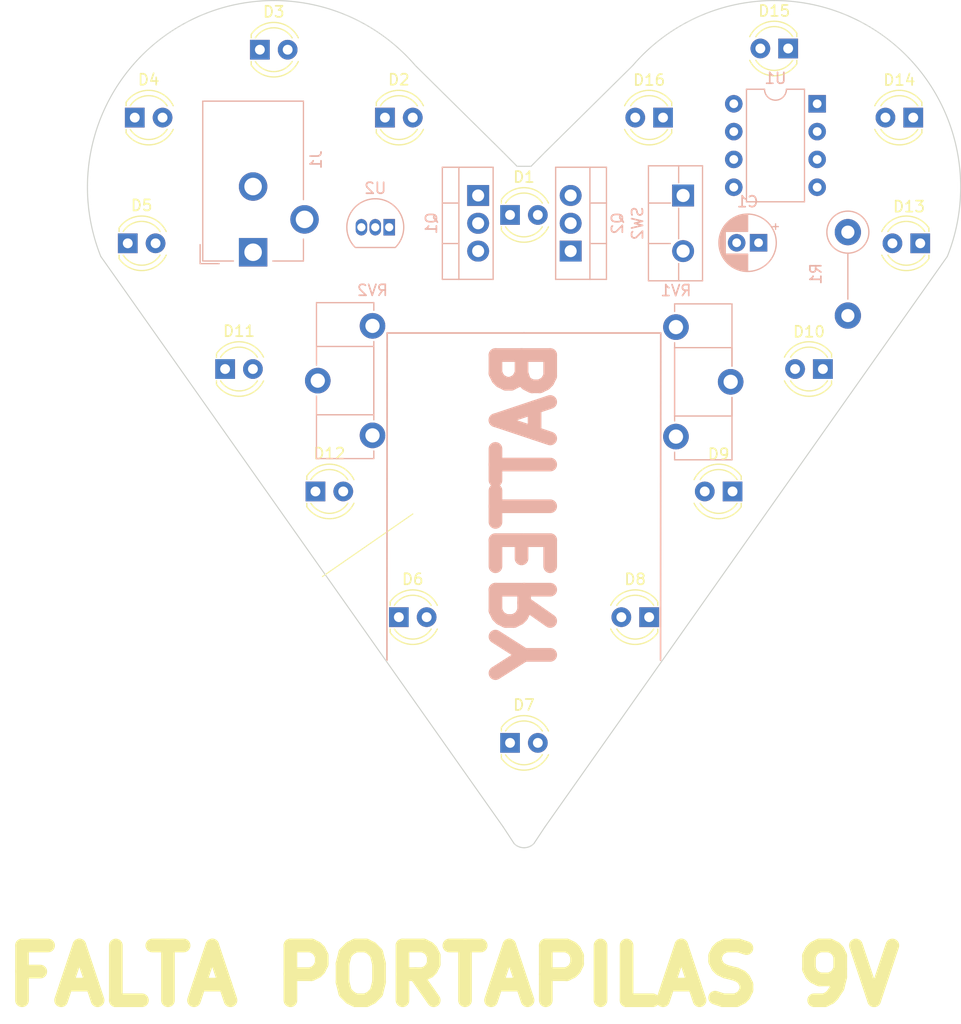
<source format=kicad_pcb>
(kicad_pcb (version 20221018) (generator pcbnew)
  (layers (0 "F.Cu" signal) (31 "B.Cu" signal) (34 "B.Paste" user) (35 "F.Paste" user) (36 "B.SilkS" user "B.Silkscreen") (37 "F.SilkS" user "F.Silkscreen") (38 "B.Mask" user) (39 "F.Mask" user) (44 "Edge.Cuts" user))
  (net 0 "")
  (net 1 "Net-(Q1-G)")
  (net 2 "Net-(C1-Pad2)")
  (net 3 "Net-(D1-K)")
  (net 4 "Net-(D1-A)")
  (net 5 "Net-(D2-K)")
  (net 6 "Net-(D3-K)")
  (net 7 "Net-(D4-K)")
  (net 8 "Net-(D5-K)")
  (net 9 "Net-(D10-A)")
  (net 10 "Net-(U2-VI)")
  (net 11 "Net-(Q1-D)")
  (net 12 "Net-(SW2-A)")
  (net 13 "Net-(U1-R)")
  (net 16 "Net-(U1-THR)")
  (net 19 "Net-(D11-K)")
  (net 20 "Net-(D12-K)")
  (net 21 "Net-(SW2-B)")
  (footprint "LED_THT:LED_D4.0mm" (layer "F.Cu") (at 125.09 84.94)
    (fp_text reference "D12" (at 1.27 -3.46) (layer "F.SilkS"))
    (fp_text value "LED")
    (fp_line (start -0.79 -1.399) (end -0.79 -1.08) (stroke (width 0.12)) (layer "F.SilkS"))
    (fp_line (start -0.79 1.08) (end -0.79 1.399) (stroke (width 0.12)) (layer "F.SilkS"))
    (fp_arc (start -0.79 -1.398749) (mid 1.453519 -2.483228) (end 3.513242 -1.080724) (stroke (width 0.12)) (layer "F.SilkS"))
    (fp_arc (start -0.41333 -1.08) (mid 1.269429 -2) (end 2.952713 -1.080961) (stroke (width 0.12)) (layer "F.SilkS"))
    (fp_arc (start 2.952713 1.080961) (mid 1.269429 2) (end -0.41333 1.08) (stroke (width 0.12)) (layer "F.SilkS"))
    (fp_arc (start 3.513242 1.080724) (mid 1.453519 2.483228) (end -0.79 1.398749) (stroke (width 0.12)) (layer "F.SilkS"))
    (pad "1" thru_hole rect (at 0 0) (size 1.8 1.8) (drill 0.9) (layers "*.Cu" "*.Mask") (net 20 "Net-(D12-K)"))
    (pad "2" thru_hole circle (at 2.54 0) (size 1.8 1.8) (drill 0.9) (layers "*.Cu" "*.Mask") (net 4 "Net-(D1-A)"))
  )
  (footprint "LED_THT:LED_D4.0mm" (layer "F.Cu") (at 163.2 84.94 180)
    (fp_text reference "D9" (at 1.27 3.406) (layer "F.SilkS"))
    (fp_text value "LED")
    (fp_line (start -0.79 -1.399) (end -0.79 -1.08) (stroke (width 0.12)) (layer "F.SilkS"))
    (fp_line (start -0.79 1.08) (end -0.79 1.399) (stroke (width 0.12)) (layer "F.SilkS"))
    (fp_arc (start -0.79 -1.398749) (mid 1.453519 -2.483228) (end 3.513242 -1.080724) (stroke (width 0.12)) (layer "F.SilkS"))
    (fp_arc (start -0.41333 -1.08) (mid 1.269429 -2) (end 2.952713 -1.080961) (stroke (width 0.12)) (layer "F.SilkS"))
    (fp_arc (start 2.952713 1.080961) (mid 1.269429 2) (end -0.41333 1.08) (stroke (width 0.12)) (layer "F.SilkS"))
    (fp_arc (start 3.513242 1.080724) (mid 1.453519 2.483228) (end -0.79 1.398749) (stroke (width 0.12)) (layer "F.SilkS"))
    (pad "1" thru_hole rect (at 0 0 180) (size 1.8 1.8) (drill 0.9) (layers "*.Cu" "*.Mask") (net 8 "Net-(D5-K)"))
    (pad "2" thru_hole circle (at 2.54 0 180) (size 1.8 1.8) (drill 0.9) (layers "*.Cu" "*.Mask") (net 9 "Net-(D10-A)"))
  )
  (footprint "LED_THT:LED_D4.0mm" (layer "F.Cu") (at 132.71 96.42)
    (fp_text reference "D6" (at 1.27 -3.46) (layer "F.SilkS"))
    (fp_text value "LED")
    (fp_line (start -0.79 -1.399) (end -0.79 -1.08) (stroke (width 0.12)) (layer "F.SilkS"))
    (fp_line (start -0.79 1.08) (end -0.79 1.399) (stroke (width 0.12)) (layer "F.SilkS"))
    (fp_arc (start -0.79 -1.398749) (mid 1.453519 -2.483228) (end 3.513242 -1.080724) (stroke (width 0.12)) (layer "F.SilkS"))
    (fp_arc (start -0.41333 -1.08) (mid 1.269429 -2) (end 2.952713 -1.080961) (stroke (width 0.12)) (layer "F.SilkS"))
    (fp_arc (start 2.952713 1.080961) (mid 1.269429 2) (end -0.41333 1.08) (stroke (width 0.12)) (layer "F.SilkS"))
    (fp_arc (start 3.513242 1.080724) (mid 1.453519 2.483228) (end -0.79 1.398749) (stroke (width 0.12)) (layer "F.SilkS"))
    (pad "1" thru_hole rect (at 0 0) (size 1.8 1.8) (drill 0.9) (layers "*.Cu" "*.Mask") (net 7 "Net-(D4-K)"))
    (pad "2" thru_hole circle (at 2.54 0) (size 1.8 1.8) (drill 0.9) (layers "*.Cu" "*.Mask") (net 9 "Net-(D10-A)"))
  )
  (footprint "LED_THT:LED_D4.0mm" (layer "F.Cu") (at 142.87 59.69)
    (fp_text reference "D1" (at 1.27 -3.46) (layer "F.SilkS"))
    (fp_text value "LED")
    (fp_line (start -0.79 -1.399) (end -0.79 -1.08) (stroke (width 0.12)) (layer "F.SilkS"))
    (fp_line (start -0.79 1.08) (end -0.79 1.399) (stroke (width 0.12)) (layer "F.SilkS"))
    (fp_arc (start -0.79 -1.398749) (mid 1.453519 -2.483228) (end 3.513242 -1.080724) (stroke (width 0.12)) (layer "F.SilkS"))
    (fp_arc (start -0.41333 -1.08) (mid 1.269429 -2) (end 2.952713 -1.080961) (stroke (width 0.12)) (layer "F.SilkS"))
    (fp_arc (start 2.952713 1.080961) (mid 1.269429 2) (end -0.41333 1.08) (stroke (width 0.12)) (layer "F.SilkS"))
    (fp_arc (start 3.513242 1.080724) (mid 1.453519 2.483228) (end -0.79 1.398749) (stroke (width 0.12)) (layer "F.SilkS"))
    (pad "1" thru_hole rect (at 0 0) (size 1.8 1.8) (drill 0.9) (layers "*.Cu" "*.Mask") (net 3 "Net-(D1-K)"))
    (pad "2" thru_hole circle (at 2.54 0) (size 1.8 1.8) (drill 0.9) (layers "*.Cu" "*.Mask") (net 4 "Net-(D1-A)"))
  )
  (footprint "LED_THT:LED_D4.0mm" (layer "F.Cu") (at 107.94 62.28)
    (fp_text reference "D5" (at 1.27 -3.46) (layer "F.SilkS"))
    (fp_text value "LED")
    (fp_line (start -0.79 -1.399) (end -0.79 -1.08) (stroke (width 0.12)) (layer "F.SilkS"))
    (fp_line (start -0.79 1.08) (end -0.79 1.399) (stroke (width 0.12)) (layer "F.SilkS"))
    (fp_arc (start -0.79 -1.398749) (mid 1.453519 -2.483228) (end 3.513242 -1.080724) (stroke (width 0.12)) (layer "F.SilkS"))
    (fp_arc (start -0.41333 -1.08) (mid 1.269429 -2) (end 2.952713 -1.080961) (stroke (width 0.12)) (layer "F.SilkS"))
    (fp_arc (start 2.952713 1.080961) (mid 1.269429 2) (end -0.41333 1.08) (stroke (width 0.12)) (layer "F.SilkS"))
    (fp_arc (start 3.513242 1.080724) (mid 1.453519 2.483228) (end -0.79 1.398749) (stroke (width 0.12)) (layer "F.SilkS"))
    (pad "1" thru_hole rect (at 0 0) (size 1.8 1.8) (drill 0.9) (layers "*.Cu" "*.Mask") (net 8 "Net-(D5-K)"))
    (pad "2" thru_hole circle (at 2.54 0) (size 1.8 1.8) (drill 0.9) (layers "*.Cu" "*.Mask") (net 4 "Net-(D1-A)"))
  )
  (footprint "LED_THT:LED_D4.0mm" (layer "F.Cu") (at 156.85 50.8 180)
    (fp_text reference "D16" (at 1.27 3.429) (layer "F.SilkS"))
    (fp_text value "LED")
    (fp_line (start -0.79 -1.399) (end -0.79 -1.08) (stroke (width 0.12)) (layer "F.SilkS"))
    (fp_line (start -0.79 1.08) (end -0.79 1.399) (stroke (width 0.12)) (layer "F.SilkS"))
    (fp_arc (start -0.79 -1.398749) (mid 1.453519 -2.483228) (end 3.513242 -1.080724) (stroke (width 0.12)) (layer "F.SilkS"))
    (fp_arc (start -0.41333 -1.08) (mid 1.269429 -2) (end 2.952713 -1.080961) (stroke (width 0.12)) (layer "F.SilkS"))
    (fp_arc (start 2.952713 1.080961) (mid 1.269429 2) (end -0.41333 1.08) (stroke (width 0.12)) (layer "F.SilkS"))
    (fp_arc (start 3.513242 1.080724) (mid 1.453519 2.483228) (end -0.79 1.398749) (stroke (width 0.12)) (layer "F.SilkS"))
    (pad "1" thru_hole rect (at 0 0 180) (size 1.8 1.8) (drill 0.9) (layers "*.Cu" "*.Mask"))
    (pad "2" thru_hole circle (at 2.54 0 180) (size 1.8 1.8) (drill 0.9) (layers "*.Cu" "*.Mask"))
  )
  (footprint "LED_THT:LED_D4.0mm" (layer "F.Cu") (at 120.01 44.6)
    (fp_text reference "D3" (at 1.27 -3.46) (layer "F.SilkS"))
    (fp_text value "LED")
    (fp_line (start -0.79 -1.399) (end -0.79 -1.08) (stroke (width 0.12)) (layer "F.SilkS"))
    (fp_line (start -0.79 1.08) (end -0.79 1.399) (stroke (width 0.12)) (layer "F.SilkS"))
    (fp_arc (start -0.79 -1.398749) (mid 1.453519 -2.483228) (end 3.513242 -1.080724) (stroke (width 0.12)) (layer "F.SilkS"))
    (fp_arc (start -0.41333 -1.08) (mid 1.269429 -2) (end 2.952713 -1.080961) (stroke (width 0.12)) (layer "F.SilkS"))
    (fp_arc (start 2.952713 1.080961) (mid 1.269429 2) (end -0.41333 1.08) (stroke (width 0.12)) (layer "F.SilkS"))
    (fp_arc (start 3.513242 1.080724) (mid 1.453519 2.483228) (end -0.79 1.398749) (stroke (width 0.12)) (layer "F.SilkS"))
    (pad "1" thru_hole rect (at 0 0) (size 1.8 1.8) (drill 0.9) (layers "*.Cu" "*.Mask") (net 6 "Net-(D3-K)"))
    (pad "2" thru_hole circle (at 2.54 0) (size 1.8 1.8) (drill 0.9) (layers "*.Cu" "*.Mask") (net 4 "Net-(D1-A)"))
  )
  (footprint "LED_THT:LED_D4.0mm" (layer "F.Cu") (at 142.87 107.9)
    (fp_text reference "D7" (at 1.27 -3.46) (layer "F.SilkS"))
    (fp_text value "LED")
    (fp_line (start -0.79 -1.399) (end -0.79 -1.08) (stroke (width 0.12)) (layer "F.SilkS"))
    (fp_line (start -0.79 1.08) (end -0.79 1.399) (stroke (width 0.12)) (layer "F.SilkS"))
    (fp_arc (start -0.79 -1.398749) (mid 1.453519 -2.483228) (end 3.513242 -1.080724) (stroke (width 0.12)) (layer "F.SilkS"))
    (fp_arc (start -0.41333 -1.08) (mid 1.269429 -2) (end 2.952713 -1.080961) (stroke (width 0.12)) (layer "F.SilkS"))
    (fp_arc (start 2.952713 1.080961) (mid 1.269429 2) (end -0.41333 1.08) (stroke (width 0.12)) (layer "F.SilkS"))
    (fp_arc (start 3.513242 1.080724) (mid 1.453519 2.483228) (end -0.79 1.398749) (stroke (width 0.12)) (layer "F.SilkS"))
    (pad "1" thru_hole rect (at 0 0) (size 1.8 1.8) (drill 0.9) (layers "*.Cu" "*.Mask") (net 6 "Net-(D3-K)"))
    (pad "2" thru_hole circle (at 2.54 0) (size 1.8 1.8) (drill 0.9) (layers "*.Cu" "*.Mask") (net 9 "Net-(D10-A)"))
  )
  (footprint "LED_THT:LED_D4.0mm" (layer "F.Cu") (at 168.28 44.49 180)
    (fp_text reference "D15" (at 1.27 3.429) (layer "F.SilkS"))
    (fp_text value "LED")
    (fp_line (start -0.79 -1.399) (end -0.79 -1.08) (stroke (width 0.12)) (layer "F.SilkS"))
    (fp_line (start -0.79 1.08) (end -0.79 1.399) (stroke (width 0.12)) (layer "F.SilkS"))
    (fp_arc (start -0.79 -1.398749) (mid 1.453519 -2.483228) (end 3.513242 -1.080724) (stroke (width 0.12)) (layer "F.SilkS"))
    (fp_arc (start -0.41333 -1.08) (mid 1.269429 -2) (end 2.952713 -1.080961) (stroke (width 0.12)) (layer "F.SilkS"))
    (fp_arc (start 2.952713 1.080961) (mid 1.269429 2) (end -0.41333 1.08) (stroke (width 0.12)) (layer "F.SilkS"))
    (fp_arc (start 3.513242 1.080724) (mid 1.453519 2.483228) (end -0.79 1.398749) (stroke (width 0.12)) (layer "F.SilkS"))
    (pad "1" thru_hole rect (at 0 0 180) (size 1.8 1.8) (drill 0.9) (layers "*.Cu" "*.Mask"))
    (pad "2" thru_hole circle (at 2.54 0 180) (size 1.8 1.8) (drill 0.9) (layers "*.Cu" "*.Mask"))
  )
  (footprint "LED_THT:LED_D4.0mm" (layer "F.Cu") (at 131.44 50.8)
    (fp_text reference "D2" (at 1.27 -3.46) (layer "F.SilkS"))
    (fp_text value "LED")
    (fp_line (start -0.79 -1.399) (end -0.79 -1.08) (stroke (width 0.12)) (layer "F.SilkS"))
    (fp_line (start -0.79 1.08) (end -0.79 1.399) (stroke (width 0.12)) (layer "F.SilkS"))
    (fp_arc (start -0.79 -1.398749) (mid 1.453519 -2.483228) (end 3.513242 -1.080724) (stroke (width 0.12)) (layer "F.SilkS"))
    (fp_arc (start -0.41333 -1.08) (mid 1.269429 -2) (end 2.952713 -1.080961) (stroke (width 0.12)) (layer "F.SilkS"))
    (fp_arc (start 2.952713 1.080961) (mid 1.269429 2) (end -0.41333 1.08) (stroke (width 0.12)) (layer "F.SilkS"))
    (fp_arc (start 3.513242 1.080724) (mid 1.453519 2.483228) (end -0.79 1.398749) (stroke (width 0.12)) (layer "F.SilkS"))
    (pad "1" thru_hole rect (at 0 0) (size 1.8 1.8) (drill 0.9) (layers "*.Cu" "*.Mask") (net 5 "Net-(D2-K)"))
    (pad "2" thru_hole circle (at 2.54 0) (size 1.8 1.8) (drill 0.9) (layers "*.Cu" "*.Mask") (net 4 "Net-(D1-A)"))
  )
  (footprint "LED_THT:LED_D4.0mm" (layer "F.Cu") (at 180.35 62.28 180)
    (fp_text reference "D13" (at 1.026 3.352) (layer "F.SilkS"))
    (fp_text value "LED")
    (fp_line (start -0.79 -1.399) (end -0.79 -1.08) (stroke (width 0.12)) (layer "F.SilkS"))
    (fp_line (start -0.79 1.08) (end -0.79 1.399) (stroke (width 0.12)) (layer "F.SilkS"))
    (fp_arc (start -0.79 -1.398749) (mid 1.453519 -2.483228) (end 3.513242 -1.080724) (stroke (width 0.12)) (layer "F.SilkS"))
    (fp_arc (start -0.41333 -1.08) (mid 1.269429 -2) (end 2.952713 -1.080961) (stroke (width 0.12)) (layer "F.SilkS"))
    (fp_arc (start 2.952713 1.080961) (mid 1.269429 2) (end -0.41333 1.08) (stroke (width 0.12)) (layer "F.SilkS"))
    (fp_arc (start 3.513242 1.080724) (mid 1.453519 2.483228) (end -0.79 1.398749) (stroke (width 0.12)) (layer "F.SilkS"))
    (pad "1" thru_hole rect (at 0 0 180) (size 1.8 1.8) (drill 0.9) (layers "*.Cu" "*.Mask") (net 19 "Net-(D11-K)"))
    (pad "2" thru_hole circle (at 2.54 0 180) (size 1.8 1.8) (drill 0.9) (layers "*.Cu" "*.Mask") (net 9 "Net-(D10-A)"))
  )
  (footprint "LED_THT:LED_D4.0mm" (layer "F.Cu") (at 116.835 73.76)
    (fp_text reference "D11" (at 1.27 -3.46) (layer "F.SilkS"))
    (fp_text value "LED")
    (fp_line (start -0.79 -1.399) (end -0.79 -1.08) (stroke (width 0.12)) (layer "F.SilkS"))
    (fp_line (start -0.79 1.08) (end -0.79 1.399) (stroke (width 0.12)) (layer "F.SilkS"))
    (fp_arc (start -0.79 -1.398749) (mid 1.453519 -2.483228) (end 3.513242 -1.080724) (stroke (width 0.12)) (layer "F.SilkS"))
    (fp_arc (start -0.41333 -1.08) (mid 1.269429 -2) (end 2.952713 -1.080961) (stroke (width 0.12)) (layer "F.SilkS"))
    (fp_arc (start 2.952713 1.080961) (mid 1.269429 2) (end -0.41333 1.08) (stroke (width 0.12)) (layer "F.SilkS"))
    (fp_arc (start 3.513242 1.080724) (mid 1.453519 2.483228) (end -0.79 1.398749) (stroke (width 0.12)) (layer "F.SilkS"))
    (pad "1" thru_hole rect (at 0 0) (size 1.8 1.8) (drill 0.9) (layers "*.Cu" "*.Mask") (net 19 "Net-(D11-K)"))
    (pad "2" thru_hole circle (at 2.54 0) (size 1.8 1.8) (drill 0.9) (layers "*.Cu" "*.Mask") (net 4 "Net-(D1-A)"))
  )
  (footprint "LED_THT:LED_D4.0mm" (layer "F.Cu") (at 155.58 96.42 180)
    (fp_text reference "D8" (at 1.28 3.456) (layer "F.SilkS"))
    (fp_text value "LED")
    (fp_line (start -0.79 -1.399) (end -0.79 -1.08) (stroke (width 0.12)) (layer "F.SilkS"))
    (fp_line (start -0.79 1.08) (end -0.79 1.399) (stroke (width 0.12)) (layer "F.SilkS"))
    (fp_arc (start -0.79 -1.398749) (mid 1.453519 -2.483228) (end 3.513242 -1.080724) (stroke (width 0.12)) (layer "F.SilkS"))
    (fp_arc (start -0.41333 -1.08) (mid 1.269429 -2) (end 2.952713 -1.080961) (stroke (width 0.12)) (layer "F.SilkS"))
    (fp_arc (start 2.952713 1.080961) (mid 1.269429 2) (end -0.41333 1.08) (stroke (width 0.12)) (layer "F.SilkS"))
    (fp_arc (start 3.513242 1.080724) (mid 1.453519 2.483228) (end -0.79 1.398749) (stroke (width 0.12)) (layer "F.SilkS"))
    (pad "1" thru_hole rect (at 0 0 180) (size 1.8 1.8) (drill 0.9) (layers "*.Cu" "*.Mask") (net 5 "Net-(D2-K)"))
    (pad "2" thru_hole circle (at 2.54 0 180) (size 1.8 1.8) (drill 0.9) (layers "*.Cu" "*.Mask") (net 9 "Net-(D10-A)"))
  )
  (footprint "LED_THT:LED_D4.0mm" (layer "F.Cu") (at 171.455 73.76 180)
    (fp_text reference "D10" (at 1.27 3.402) (layer "F.SilkS"))
    (fp_text value "LED")
    (fp_line (start -0.79 -1.399) (end -0.79 -1.08) (stroke (width 0.12)) (layer "F.SilkS"))
    (fp_line (start -0.79 1.08) (end -0.79 1.399) (stroke (width 0.12)) (layer "F.SilkS"))
    (fp_arc (start -0.79 -1.398749) (mid 1.453519 -2.483228) (end 3.513242 -1.080724) (stroke (width 0.12)) (layer "F.SilkS"))
    (fp_arc (start -0.41333 -1.08) (mid 1.269429 -2) (end 2.952713 -1.080961) (stroke (width 0.12)) (layer "F.SilkS"))
    (fp_arc (start 2.952713 1.080961) (mid 1.269429 2) (end -0.41333 1.08) (stroke (width 0.12)) (layer "F.SilkS"))
    (fp_arc (start 3.513242 1.080724) (mid 1.453519 2.483228) (end -0.79 1.398749) (stroke (width 0.12)) (layer "F.SilkS"))
    (pad "1" thru_hole rect (at 0 0 180) (size 1.8 1.8) (drill 0.9) (layers "*.Cu" "*.Mask") (net 3 "Net-(D1-K)"))
    (pad "2" thru_hole circle (at 2.54 0 180) (size 1.8 1.8) (drill 0.9) (layers "*.Cu" "*.Mask") (net 9 "Net-(D10-A)"))
  )
  (footprint "LED_THT:LED_D4.0mm" (layer "F.Cu") (at 179.71 50.8 180)
    (fp_text reference "D14" (at 1.27 3.429) (layer "F.SilkS"))
    (fp_text value "LED")
    (fp_line (start -0.79 -1.399) (end -0.79 -1.08) (stroke (width 0.12)) (layer "F.SilkS"))
    (fp_line (start -0.79 1.08) (end -0.79 1.399) (stroke (width 0.12)) (layer "F.SilkS"))
    (fp_arc (start -0.79 -1.398749) (mid 1.453519 -2.483228) (end 3.513242 -1.080724) (stroke (width 0.12)) (layer "F.SilkS"))
    (fp_arc (start -0.41333 -1.08) (mid 1.269429 -2) (end 2.952713 -1.080961) (stroke (width 0.12)) (layer "F.SilkS"))
    (fp_arc (start 2.952713 1.080961) (mid 1.269429 2) (end -0.41333 1.08) (stroke (width 0.12)) (layer "F.SilkS"))
    (fp_arc (start 3.513242 1.080724) (mid 1.453519 2.483228) (end -0.79 1.398749) (stroke (width 0.12)) (layer "F.SilkS"))
    (pad "1" thru_hole rect (at 0 0 180) (size 1.8 1.8) (drill 0.9) (layers "*.Cu" "*.Mask") (net 20 "Net-(D12-K)"))
    (pad "2" thru_hole circle (at 2.54 0 180) (size 1.8 1.8) (drill 0.9) (layers "*.Cu" "*.Mask") (net 9 "Net-(D10-A)"))
  )
  (footprint "LED_THT:LED_D4.0mm" (layer "F.Cu") (at 108.58 50.8)
    (fp_text reference "D4" (at 1.27 -3.46) (layer "F.SilkS"))
    (fp_text value "LED")
    (fp_line (start -0.79 -1.399) (end -0.79 -1.08) (stroke (width 0.12)) (layer "F.SilkS"))
    (fp_line (start -0.79 1.08) (end -0.79 1.399) (stroke (width 0.12)) (layer "F.SilkS"))
    (fp_arc (start -0.79 -1.398749) (mid 1.453519 -2.483228) (end 3.513242 -1.080724) (stroke (width 0.12)) (layer "F.SilkS"))
    (fp_arc (start -0.41333 -1.08) (mid 1.269429 -2) (end 2.952713 -1.080961) (stroke (width 0.12)) (layer "F.SilkS"))
    (fp_arc (start 2.952713 1.080961) (mid 1.269429 2) (end -0.41333 1.08) (stroke (width 0.12)) (layer "F.SilkS"))
    (fp_arc (start 3.513242 1.080724) (mid 1.453519 2.483228) (end -0.79 1.398749) (stroke (width 0.12)) (layer "F.SilkS"))
    (pad "1" thru_hole rect (at 0 0) (size 1.8 1.8) (drill 0.9) (layers "*.Cu" "*.Mask") (net 7 "Net-(D4-K)"))
    (pad "2" thru_hole circle (at 2.54 0) (size 1.8 1.8) (drill 0.9) (layers "*.Cu" "*.Mask") (net 4 "Net-(D1-A)"))
  )
  (footprint "Package_TO_SOT_THT:TO-92_Inline" (layer "B.Cu") (at 131.826 60.812 180)
    (fp_text reference "U2" (at 1.27 3.56) (layer "B.SilkS") (effects (justify mirror)))
    (fp_text value "L78L05_TO92")
    (fp_line (start -0.53 -1.85) (end 3.07 -1.85) (stroke (width 0.12)) (layer "B.SilkS"))
    (fp_arc (start 1.27 2.6) (mid -1.132087 0.994977) (end -0.568478 -1.838478) (stroke (width 0.12)) (layer "B.SilkS"))
    (fp_arc (start 3.108478 -1.838478) (mid 3.672087 0.994977) (end 1.27 2.6) (stroke (width 0.12)) (layer "B.SilkS"))
    (pad "1" thru_hole rect (at 0 0 180) (size 1.05 1.5) (drill 0.75) (layers "*.Cu" "*.Mask") (net 21 "Net-(SW2-B)"))
    (pad "2" thru_hole oval (at 1.27 0 180) (size 1.05 1.5) (drill 0.75) (layers "*.Cu" "*.Mask") (net 3 "Net-(D1-K)"))
    (pad "3" thru_hole oval (at 2.54 0 180) (size 1.05 1.5) (drill 0.75) (layers "*.Cu" "*.Mask") (net 10 "Net-(U2-VI)"))
  )
  (footprint "Package_TO_SOT_THT:TO-220-3_Vertical" (layer "B.Cu") (at 139.954 57.912 -90)
    (fp_text reference "Q1" (at 2.54 4.27 90) (layer "B.SilkS") (effects (justify mirror)))
    (fp_text value "NMOS")
    (fp_line (start -2.58 -1.371) (end 7.66 -1.371) (stroke (width 0.12)) (layer "B.SilkS"))
    (fp_line (start -2.58 1.76) (end 7.66 1.76) (stroke (width 0.12)) (layer "B.SilkS"))
    (fp_line (start -2.58 3.27) (end -2.58 -1.371) (stroke (width 0.12)) (layer "B.SilkS"))
    (fp_line (start -2.58 3.27) (end 7.66 3.27) (stroke (width 0.12)) (layer "B.SilkS"))
    (fp_line (start 0.69 3.27) (end 0.69 1.76) (stroke (width 0.12)) (layer "B.SilkS"))
    (fp_line (start 4.391 3.27) (end 4.391 1.76) (stroke (width 0.12)) (layer "B.SilkS"))
    (fp_line (start 7.66 3.27) (end 7.66 -1.371) (stroke (width 0.12)) (layer "B.SilkS"))
    (pad "1" thru_hole rect (at 0 0 270) (size 1.905 2) (drill 1.1) (layers "*.Cu" "*.Mask") (net 11 "Net-(Q1-D)"))
    (pad "2" thru_hole oval (at 2.54 0 270) (size 1.905 2) (drill 1.1) (layers "*.Cu" "*.Mask") (net 1 "Net-(Q1-G)"))
    (pad "3" thru_hole oval (at 5.08 0 270) (size 1.905 2) (drill 1.1) (layers "*.Cu" "*.Mask") (net 4 "Net-(D1-A)"))
  )
  (footprint "Resistor_THT:R_Axial_DIN0411_L9.9mm_D3.6mm_P7.62mm_Vertical" (layer "B.Cu") (at 173.736 61.26 -90)
    (fp_text reference "R1" (at 3.81 2.92 -270) (layer "B.SilkS") (effects (justify mirror)))
    (fp_text value "R")
    (fp_line (start 1.92 0) (end 6.12 0) (stroke (width 0.12)) (layer "B.SilkS"))
    (fp_circle (center 0 0) (end 1.92 0) (stroke (width 0.12)) (fill none) (layer "B.SilkS"))
    (pad "1" thru_hole circle (at 0 0 270) (size 2.4 2.4) (drill 1.2) (layers "*.Cu" "*.Mask") (net 12 "Net-(SW2-A)"))
    (pad "2" thru_hole oval (at 7.62 0 270) (size 2.4 2.4) (drill 1.2) (layers "*.Cu" "*.Mask") (net 13 "Net-(U1-R)"))
  )
  (footprint "Connector_BarrelJack:BarrelJack_CUI_PJ-102AH_Horizontal" (layer "B.Cu") (at 119.392 63.096)
    (fp_text reference "J1" (at 5.75 -8.45 90) (layer "B.SilkS") (effects (justify mirror)))
    (fp_text value "Jack-DC")
    (fp_line (start -4.84 -0.7) (end -4.84 1.04) (stroke (width 0.12)) (layer "B.SilkS"))
    (fp_line (start -4.84 1.04) (end -3.1 1.04) (stroke (width 0.12)) (layer "B.SilkS"))
    (fp_line (start -4.6 -13.8) (end -4.6 0.8) (stroke (width 0.12)) (layer "B.SilkS"))
    (fp_line (start -4.6 0.8) (end -1.8 0.8) (stroke (width 0.12)) (layer "B.SilkS"))
    (fp_line (start 1.8 0.8) (end 4.6 0.8) (stroke (width 0.12)) (layer "B.SilkS"))
    (fp_line (start 4.6 -13.8) (end -4.6 -13.8) (stroke (width 0.12)) (layer "B.SilkS"))
    (fp_line (start 4.6 -4.8) (end 4.6 -13.8) (stroke (width 0.12)) (layer "B.SilkS"))
    (fp_line (start 4.6 0.8) (end 4.6 -1.2) (stroke (width 0.12)) (layer "B.SilkS"))
    (pad "1" thru_hole rect (at 0 0) (size 2.6 2.6) (drill 1.6) (layers "*.Cu" "*.Mask") (net 10 "Net-(U2-VI)"))
    (pad "2" thru_hole circle (at 0 -6) (size 2.6 2.6) (drill 1.6) (layers "*.Cu" "*.Mask") (net 3 "Net-(D1-K)"))
    (pad "3" thru_hole circle (at 4.7 -3) (size 2.6 2.6) (drill 1.6) (layers "*.Cu" "*.Mask"))
  )
  (footprint "Capacitor_THT:CP_Radial_D5.0mm_P2.00mm" (layer "B.Cu") (at 165.576 62.23 180)
    (fp_text reference "C1" (at 1 3.75) (layer "B.SilkS") (effects (justify mirror)))
    (fp_text value "C_Polarized")
    (fp_line (start -1.804775 1.475) (end -1.304775 1.475) (stroke (width 0.12)) (layer "B.SilkS"))
    (fp_line (start -1.554775 1.725) (end -1.554775 1.225) (stroke (width 0.12)) (layer "B.SilkS"))
    (fp_line (start 1 -1.04) (end 1 -2.58) (stroke (width 0.12)) (layer "B.SilkS"))
    (fp_line (start 1 2.58) (end 1 1.04) (stroke (width 0.12)) (layer "B.SilkS"))
    (fp_line (start 1.04 -1.04) (end 1.04 -2.58) (stroke (width 0.12)) (layer "B.SilkS"))
    (fp_line (start 1.04 2.58) (end 1.04 1.04) (stroke (width 0.12)) (layer "B.SilkS"))
    (fp_line (start 1.08 -1.04) (end 1.08 -2.579) (stroke (width 0.12)) (layer "B.SilkS"))
    (fp_line (start 1.08 2.579) (end 1.08 1.04) (stroke (width 0.12)) (layer "B.SilkS"))
    (fp_line (start 1.12 -1.04) (end 1.12 -2.578) (stroke (width 0.12)) (layer "B.SilkS"))
    (fp_line (start 1.12 2.578) (end 1.12 1.04) (stroke (width 0.12)) (layer "B.SilkS"))
    (fp_line (start 1.16 -1.04) (end 1.16 -2.576) (stroke (width 0.12)) (layer "B.SilkS"))
    (fp_line (start 1.16 2.576) (end 1.16 1.04) (stroke (width 0.12)) (layer "B.SilkS"))
    (fp_line (start 1.2 -1.04) (end 1.2 -2.573) (stroke (width 0.12)) (layer "B.SilkS"))
    (fp_line (start 1.2 2.573) (end 1.2 1.04) (stroke (width 0.12)) (layer "B.SilkS"))
    (fp_line (start 1.24 -1.04) (end 1.24 -2.569) (stroke (width 0.12)) (layer "B.SilkS"))
    (fp_line (start 1.24 2.569) (end 1.24 1.04) (stroke (width 0.12)) (layer "B.SilkS"))
    (fp_line (start 1.28 -1.04) (end 1.28 -2.565) (stroke (width 0.12)) (layer "B.SilkS"))
    (fp_line (start 1.28 2.565) (end 1.28 1.04) (stroke (width 0.12)) (layer "B.SilkS"))
    (fp_line (start 1.32 -1.04) (end 1.32 -2.561) (stroke (width 0.12)) (layer "B.SilkS"))
    (fp_line (start 1.32 2.561) (end 1.32 1.04) (stroke (width 0.12)) (layer "B.SilkS"))
    (fp_line (start 1.36 -1.04) (end 1.36 -2.556) (stroke (width 0.12)) (layer "B.SilkS"))
    (fp_line (start 1.36 2.556) (end 1.36 1.04) (stroke (width 0.12)) (layer "B.SilkS"))
    (fp_line (start 1.4 -1.04) (end 1.4 -2.55) (stroke (width 0.12)) (layer "B.SilkS"))
    (fp_line (start 1.4 2.55) (end 1.4 1.04) (stroke (width 0.12)) (layer "B.SilkS"))
    (fp_line (start 1.44 -1.04) (end 1.44 -2.543) (stroke (width 0.12)) (layer "B.SilkS"))
    (fp_line (start 1.44 2.543) (end 1.44 1.04) (stroke (width 0.12)) (layer "B.SilkS"))
    (fp_line (start 1.48 -1.04) (end 1.48 -2.536) (stroke (width 0.12)) (layer "B.SilkS"))
    (fp_line (start 1.48 2.536) (end 1.48 1.04) (stroke (width 0.12)) (layer "B.SilkS"))
    (fp_line (start 1.52 -1.04) (end 1.52 -2.528) (stroke (width 0.12)) (layer "B.SilkS"))
    (fp_line (start 1.52 2.528) (end 1.52 1.04) (stroke (width 0.12)) (layer "B.SilkS"))
    (fp_line (start 1.56 -1.04) (end 1.56 -2.52) (stroke (width 0.12)) (layer "B.SilkS"))
    (fp_line (start 1.56 2.52) (end 1.56 1.04) (stroke (width 0.12)) (layer "B.SilkS"))
    (fp_line (start 1.6 -1.04) (end 1.6 -2.511) (stroke (width 0.12)) (layer "B.SilkS"))
    (fp_line (start 1.6 2.511) (end 1.6 1.04) (stroke (width 0.12)) (layer "B.SilkS"))
    (fp_line (start 1.64 -1.04) (end 1.64 -2.501) (stroke (width 0.12)) (layer "B.SilkS"))
    (fp_line (start 1.64 2.501) (end 1.64 1.04) (stroke (width 0.12)) (layer "B.SilkS"))
    (fp_line (start 1.68 -1.04) (end 1.68 -2.491) (stroke (width 0.12)) (layer "B.SilkS"))
    (fp_line (start 1.68 2.491) (end 1.68 1.04) (stroke (width 0.12)) (layer "B.SilkS"))
    (fp_line (start 1.721 -1.04) (end 1.721 -2.48) (stroke (width 0.12)) (layer "B.SilkS"))
    (fp_line (start 1.721 2.48) (end 1.721 1.04) (stroke (width 0.12)) (layer "B.SilkS"))
    (fp_line (start 1.761 -1.04) (end 1.761 -2.468) (stroke (width 0.12)) (layer "B.SilkS"))
    (fp_line (start 1.761 2.468) (end 1.761 1.04) (stroke (width 0.12)) (layer "B.SilkS"))
    (fp_line (start 1.801 -1.04) (end 1.801 -2.455) (stroke (width 0.12)) (layer "B.SilkS"))
    (fp_line (start 1.801 2.455) (end 1.801 1.04) (stroke (width 0.12)) (layer "B.SilkS"))
    (fp_line (start 1.841 -1.04) (end 1.841 -2.442) (stroke (width 0.12)) (layer "B.SilkS"))
    (fp_line (start 1.841 2.442) (end 1.841 1.04) (stroke (width 0.12)) (layer "B.SilkS"))
    (fp_line (start 1.881 -1.04) (end 1.881 -2.428) (stroke (width 0.12)) (layer "B.SilkS"))
    (fp_line (start 1.881 2.428) (end 1.881 1.04) (stroke (width 0.12)) (layer "B.SilkS"))
    (fp_line (start 1.921 -1.04) (end 1.921 -2.414) (stroke (width 0.12)) (layer "B.SilkS"))
    (fp_line (start 1.921 2.414) (end 1.921 1.04) (stroke (width 0.12)) (layer "B.SilkS"))
    (fp_line (start 1.961 -1.04) (end 1.961 -2.398) (stroke (width 0.12)) (layer "B.SilkS"))
    (fp_line (start 1.961 2.398) (end 1.961 1.04) (stroke (width 0.12)) (layer "B.SilkS"))
    (fp_line (start 2.001 -1.04) (end 2.001 -2.382) (stroke (width 0.12)) (layer "B.SilkS"))
    (fp_line (start 2.001 2.382) (end 2.001 1.04) (stroke (width 0.12)) (layer "B.SilkS"))
    (fp_line (start 2.041 -1.04) (end 2.041 -2.365) (stroke (width 0.12)) (layer "B.SilkS"))
    (fp_line (start 2.041 2.365) (end 2.041 1.04) (stroke (width 0.12)) (layer "B.SilkS"))
    (fp_line (start 2.081 -1.04) (end 2.081 -2.348) (stroke (width 0.12)) (layer "B.SilkS"))
    (fp_line (start 2.081 2.348) (end 2.081 1.04) (stroke (width 0.12)) (layer "B.SilkS"))
    (fp_line (start 2.121 -1.04) (end 2.121 -2.329) (stroke (width 0.12)) (layer "B.SilkS"))
    (fp_line (start 2.121 2.329) (end 2.121 1.04) (stroke (width 0.12)) (layer "B.SilkS"))
    (fp_line (start 2.161 -1.04) (end 2.161 -2.31) (stroke (width 0.12)) (layer "B.SilkS"))
    (fp_line (start 2.161 2.31) (end 2.161 1.04) (stroke (width 0.12)) (layer "B.SilkS"))
    (fp_line (start 2.201 -1.04) (end 2.201 -2.29) (stroke (width 0.12)) (layer "B.SilkS"))
    (fp_line (start 2.201 2.29) (end 2.201 1.04) (stroke (width 0.12)) (layer "B.SilkS"))
    (fp_line (start 2.241 -1.04) (end 2.241 -2.268) (stroke (width 0.12)) (layer "B.SilkS"))
    (fp_line (start 2.241 2.268) (end 2.241 1.04) (stroke (width 0.12)) (layer "B.SilkS"))
    (fp_line (start 2.281 -1.04) (end 2.281 -2.247) (stroke (width 0.12)) (layer "B.SilkS"))
    (fp_line (start 2.281 2.247) (end 2.281 1.04) (stroke (width 0.12)) (layer "B.SilkS"))
    (fp_line (start 2.321 -1.04) (end 2.321 -2.224) (stroke (width 0.12)) (layer "B.SilkS"))
    (fp_line (start 2.321 2.224) (end 2.321 1.04) (stroke (width 0.12)) (layer "B.SilkS"))
    (fp_line (start 2.361 -1.04) (end 2.361 -2.2) (stroke (width 0.12)) (layer "B.SilkS"))
    (fp_line (start 2.361 2.2) (end 2.361 1.04) (stroke (width 0.12)) (layer "B.SilkS"))
    (fp_line (start 2.401 -1.04) (end 2.401 -2.175) (stroke (width 0.12)) (layer "B.SilkS"))
    (fp_line (start 2.401 2.175) (end 2.401 1.04) (stroke (width 0.12)) (layer "B.SilkS"))
    (fp_line (start 2.441 -1.04) (end 2.441 -2.149) (stroke (width 0.12)) (layer "B.SilkS"))
    (fp_line (start 2.441 2.149) (end 2.441 1.04) (stroke (width 0.12)) (layer "B.SilkS"))
    (fp_line (start 2.481 -1.04) (end 2.481 -2.122) (stroke (width 0.12)) (layer "B.SilkS"))
    (fp_line (start 2.481 2.122) (end 2.481 1.04) (stroke (width 0.12)) (layer "B.SilkS"))
    (fp_line (start 2.521 -1.04) (end 2.521 -2.095) (stroke (width 0.12)) (layer "B.SilkS"))
    (fp_line (start 2.521 2.095) (end 2.521 1.04) (stroke (width 0.12)) (layer "B.SilkS"))
    (fp_line (start 2.561 -1.04) (end 2.561 -2.065) (stroke (width 0.12)) (layer "B.SilkS"))
    (fp_line (start 2.561 2.065) (end 2.561 1.04) (stroke (width 0.12)) (layer "B.SilkS"))
    (fp_line (start 2.601 -1.04) (end 2.601 -2.035) (stroke (width 0.12)) (layer "B.SilkS"))
    (fp_line (start 2.601 2.035) (end 2.601 1.04) (stroke (width 0.12)) (layer "B.SilkS"))
    (fp_line (start 2.641 -1.04) (end 2.641 -2.004) (stroke (width 0.12)) (layer "B.SilkS"))
    (fp_line (start 2.641 2.004) (end 2.641 1.04) (stroke (width 0.12)) (layer "B.SilkS"))
    (fp_line (start 2.681 -1.04) (end 2.681 -1.971) (stroke (width 0.12)) (layer "B.SilkS"))
    (fp_line (start 2.681 1.971) (end 2.681 1.04) (stroke (width 0.12)) (layer "B.SilkS"))
    (fp_line (start 2.721 -1.04) (end 2.721 -1.937) (stroke (width 0.12)) (layer "B.SilkS"))
    (fp_line (start 2.721 1.937) (end 2.721 1.04) (stroke (width 0.12)) (layer "B.SilkS"))
    (fp_line (start 2.761 -1.04) (end 2.761 -1.901) (stroke (width 0.12)) (layer "B.SilkS"))
    (fp_line (start 2.761 1.901) (end 2.761 1.04) (stroke (width 0.12)) (layer "B.SilkS"))
    (fp_line (start 2.801 -1.04) (end 2.801 -1.864) (stroke (width 0.12)) (layer "B.SilkS"))
    (fp_line (start 2.801 1.864) (end 2.801 1.04) (stroke (width 0.12)) (layer "B.SilkS"))
    (fp_line (start 2.841 -1.04) (end 2.841 -1.826) (stroke (width 0.12)) (layer "B.SilkS"))
    (fp_line (start 2.841 1.826) (end 2.841 1.04) (stroke (width 0.12)) (layer "B.SilkS"))
    (fp_line (start 2.881 -1.04) (end 2.881 -1.785) (stroke (width 0.12)) (layer "B.SilkS"))
    (fp_line (start 2.881 1.785) (end 2.881 1.04) (stroke (width 0.12)) (layer "B.SilkS"))
    (fp_line (start 2.921 -1.04) (end 2.921 -1.743) (stroke (width 0.12)) (layer "B.SilkS"))
    (fp_line (start 2.921 1.743) (end 2.921 1.04) (stroke (width 0.12)) (layer "B.SilkS"))
    (fp_line (start 2.961 -1.04) (end 2.961 -1.699) (stroke (width 0.12)) (layer "B.SilkS"))
    (fp_line (start 2.961 1.699) (end 2.961 1.04) (stroke (width 0.12)) (layer "B.SilkS"))
    (fp_line (start 3.001 -1.04) (end 3.001 -1.653) (stroke (width 0.12)) (layer "B.SilkS"))
    (fp_line (start 3.001 1.653) (end 3.001 1.04) (stroke (width 0.12)) (layer "B.SilkS"))
    (fp_line (start 3.041 1.605) (end 3.041 -1.605) (stroke (width 0.12)) (layer "B.SilkS"))
    (fp_line (start 3.081 1.554) (end 3.081 -1.554) (stroke (width 0.12)) (layer "B.SilkS"))
    (fp_line (start 3.121 1.5) (end 3.121 -1.5) (stroke (width 0.12)) (layer "B.SilkS"))
    (fp_line (start 3.161 1.443) (end 3.161 -1.443) (stroke (width 0.12)) (layer "B.SilkS"))
    (fp_line (start 3.201 1.383) (end 3.201 -1.383) (stroke (width 0.12)) (layer "B.SilkS"))
    (fp_line (start 3.241 1.319) (end 3.241 -1.319) (stroke (width 0.12)) (layer "B.SilkS"))
    (fp_line (start 3.281 1.251) (end 3.281 -1.251) (stroke (width 0.12)) (layer "B.SilkS"))
    (fp_line (start 3.321 1.178) (end 3.321 -1.178) (stroke (width 0.12)) (layer "B.SilkS"))
    (fp_line (start 3.361 1.098) (end 3.361 -1.098) (stroke (width 0.12)) (layer "B.SilkS"))
    (fp_line (start 3.401 1.011) (end 3.401 -1.011) (stroke (width 0.12)) (layer "B.SilkS"))
    (fp_line (start 3.441 0.915) (end 3.441 -0.915) (stroke (width 0.12)) (layer "B.SilkS"))
    (fp_line (start 3.481 0.805) (end 3.481 -0.805) (stroke (width 0.12)) (layer "B.SilkS"))
    (fp_line (start 3.521 0.677) (end 3.521 -0.677) (stroke (width 0.12)) (layer "B.SilkS"))
    (fp_line (start 3.561 0.518) (end 3.561 -0.518) (stroke (width 0.12)) (layer "B.SilkS"))
    (fp_line (start 3.601 0.284) (end 3.601 -0.284) (stroke (width 0.12)) (layer "B.SilkS"))
    (fp_circle (center 1 0) (end 3.62 0) (stroke (width 0.12)) (fill none) (layer "B.SilkS"))
    (pad "1" thru_hole rect (at 0 0 180) (size 1.6 1.6) (drill 0.8) (layers "*.Cu" "*.Mask") (net 1 "Net-(Q1-G)"))
    (pad "2" thru_hole circle (at 2 0 180) (size 1.6 1.6) (drill 0.8) (layers "*.Cu" "*.Mask") (net 2 "Net-(C1-Pad2)"))
  )
  (footprint "Potentiometer_THT:Potentiometer_ACP_CA14-H5_Horizontal" (layer "B.Cu") (at 130.302 69.82 180)
    (fp_text reference "RV2" (at 0 3.25) (layer "B.SilkS") (effects (justify mirror)))
    (fp_text value "R_Potentiometer")
    (fp_line (start -0.121 -12.12) (end 5.12 -12.12) (stroke (width 0.12)) (layer "B.SilkS"))
    (fp_line (start -0.121 -11.425) (end -0.121 -12.12) (stroke (width 0.12)) (layer "B.SilkS"))
    (fp_line (start -0.121 -8.121) (end 5.12 -8.121) (stroke (width 0.12)) (layer "B.SilkS"))
    (fp_line (start -0.121 -1.88) (end -0.121 -8.121) (stroke (width 0.12)) (layer "B.SilkS"))
    (fp_line (start -0.121 -1.88) (end 5.12 -1.88) (stroke (width 0.12)) (layer "B.SilkS"))
    (fp_line (start -0.121 -1.426) (end -0.121 -8.575) (stroke (width 0.12)) (layer "B.SilkS"))
    (fp_line (start -0.121 2.12) (end -0.121 1.426) (stroke (width 0.12)) (layer "B.SilkS"))
    (fp_line (start -0.121 2.12) (end 5.12 2.12) (stroke (width 0.12)) (layer "B.SilkS"))
    (fp_line (start 5.12 -6.425) (end 5.12 -12.12) (stroke (width 0.12)) (layer "B.SilkS"))
    (fp_line (start 5.12 -6.425) (end 5.12 -8.121) (stroke (width 0.12)) (layer "B.SilkS"))
    (fp_line (start 5.12 -1.88) (end 5.12 -3.575) (stroke (width 0.12)) (layer "B.SilkS"))
    (fp_line (start 5.12 2.12) (end 5.12 -3.575) (stroke (width 0.12)) (layer "B.SilkS"))
    (pad "1" thru_hole circle (at 0 0 180) (size 2.34 2.34) (drill 1.3) (layers "*.Cu" "*.Mask") (net 13 "Net-(U1-R)"))
    (pad "2" thru_hole circle (at 5 -5 180) (size 2.34 2.34) (drill 1.3) (layers "*.Cu" "*.Mask") (net 11 "Net-(Q1-D)"))
    (pad "3" thru_hole circle (at 0 -10 180) (size 2.34 2.34) (drill 1.3) (layers "*.Cu" "*.Mask"))
  )
  (footprint "Package_TO_SOT_THT:TO-220-3_Vertical" (layer "B.Cu") (at 148.407 62.992 90)
    (fp_text reference "Q2" (at 2.54 4.27 90) (layer "B.SilkS") (effects (justify mirror)))
    (fp_text value "NMOS")
    (fp_line (start -2.58 -1.371) (end 7.66 -1.371) (stroke (width 0.12)) (layer "B.SilkS"))
    (fp_line (start -2.58 1.76) (end 7.66 1.76) (stroke (width 0.12)) (layer "B.SilkS"))
    (fp_line (start -2.58 3.27) (end -2.58 -1.371) (stroke (width 0.12)) (layer "B.SilkS"))
    (fp_line (start -2.58 3.27) (end 7.66 3.27) (stroke (width 0.12)) (layer "B.SilkS"))
    (fp_line (start 0.69 3.27) (end 0.69 1.76) (stroke (width 0.12)) (layer "B.SilkS"))
    (fp_line (start 4.391 3.27) (end 4.391 1.76) (stroke (width 0.12)) (layer "B.SilkS"))
    (fp_line (start 7.66 3.27) (end 7.66 -1.371) (stroke (width 0.12)) (layer "B.SilkS"))
    (pad "1" thru_hole rect (at 0 0 90) (size 1.905 2) (drill 1.1) (layers "*.Cu" "*.Mask") (net 11 "Net-(Q1-D)"))
    (pad "2" thru_hole oval (at 2.54 0 90) (size 1.905 2) (drill 1.1) (layers "*.Cu" "*.Mask") (net 1 "Net-(Q1-G)"))
    (pad "3" thru_hole oval (at 5.08 0 90) (size 1.905 2) (drill 1.1) (layers "*.Cu" "*.Mask") (net 9 "Net-(D10-A)"))
  )
  (footprint "Package_TO_SOT_THT:TO-220F-2_Vertical" (layer "B.Cu") (at 158.683 57.912 -90)
    (fp_text reference "SW2" (at 2.54 4.1675 -270) (layer "B.SilkS") (effects (justify mirror)))
    (fp_text value "SW_SPST")
    (fp_line (start -2.71 -1.773) (end 7.79 -1.773) (stroke (width 0.12)) (layer "B.SilkS"))
    (fp_line (start -2.71 0.408) (end -1.15 0.408) (stroke (width 0.12)) (layer "B.SilkS"))
    (fp_line (start -2.71 3.168) (end -2.71 -1.773) (stroke (width 0.12)) (layer "B.SilkS"))
    (fp_line (start -2.71 3.168) (end 7.79 3.168) (stroke (width 0.12)) (layer "B.SilkS"))
    (fp_line (start 0.69 3.168) (end 0.69 1.15) (stroke (width 0.12)) (layer "B.SilkS"))
    (fp_line (start 1.15 0.408) (end 3.952 0.408) (stroke (width 0.12)) (layer "B.SilkS"))
    (fp_line (start 4.391 3.168) (end 4.391 1.165) (stroke (width 0.12)) (layer "B.SilkS"))
    (fp_line (start 6.209 0.408) (end 7.79 0.408) (stroke (width 0.12)) (layer "B.SilkS"))
    (fp_line (start 7.79 3.168) (end 7.79 -1.773) (stroke (width 0.12)) (layer "B.SilkS"))
    (pad "1" thru_hole rect (at 0 0 270) (size 2 2) (drill 1.2) (layers "*.Cu" "*.Mask") (net 12 "Net-(SW2-A)"))
    (pad "2" thru_hole oval (at 5.08 0 270) (size 2 2) (drill 1.2) (layers "*.Cu" "*.Mask") (net 21 "Net-(SW2-B)"))
  )
  (footprint "Potentiometer_THT:Potentiometer_ACP_CA14-H5_Horizontal" (layer "B.Cu") (at 158.028 79.93)
    (fp_text reference "RV1" (at 0 -13.335) (layer "B.SilkS") (effects (justify mirror)))
    (fp_text value "R_Potentiometer")
    (fp_line (start -0.121 -12.12) (end 5.12 -12.12) (stroke (width 0.12)) (layer "B.SilkS"))
    (fp_line (start -0.121 -11.425) (end -0.121 -12.12) (stroke (width 0.12)) (layer "B.SilkS"))
    (fp_line (start -0.121 -8.121) (end 5.12 -8.121) (stroke (width 0.12)) (layer "B.SilkS"))
    (fp_line (start -0.121 -1.88) (end -0.121 -8.121) (stroke (width 0.12)) (layer "B.SilkS"))
    (fp_line (start -0.121 -1.88) (end 5.12 -1.88) (stroke (width 0.12)) (layer "B.SilkS"))
    (fp_line (start -0.121 -1.426) (end -0.121 -8.575) (stroke (width 0.12)) (layer "B.SilkS"))
    (fp_line (start -0.121 2.12) (end -0.121 1.426) (stroke (width 0.12)) (layer "B.SilkS"))
    (fp_line (start -0.121 2.12) (end 5.12 2.12) (stroke (width 0.12)) (layer "B.SilkS"))
    (fp_line (start 5.12 -6.425) (end 5.12 -12.12) (stroke (width 0.12)) (layer "B.SilkS"))
    (fp_line (start 5.12 -6.425) (end 5.12 -8.121) (stroke (width 0.12)) (layer "B.SilkS"))
    (fp_line (start 5.12 -1.88) (end 5.12 -3.575) (stroke (width 0.12)) (layer "B.SilkS"))
    (fp_line (start 5.12 2.12) (end 5.12 -3.575) (stroke (width 0.12)) (layer "B.SilkS"))
    (pad "1" thru_hole circle (at 0 0) (size 2.34 2.34) (drill 1.3) (layers "*.Cu" "*.Mask") (net 3 "Net-(D1-K)"))
    (pad "2" thru_hole circle (at 5 -5) (size 2.34 2.34) (drill 1.3) (layers "*.Cu" "*.Mask") (net 2 "Net-(C1-Pad2)"))
    (pad "3" thru_hole circle (at 0 -10) (size 2.34 2.34) (drill 1.3) (layers "*.Cu" "*.Mask"))
  )
  (footprint "Package_DIP:DIP-8_W7.62mm" (layer "B.Cu") (at 170.932 49.54 180)
    (fp_text reference "U1" (at 3.81 2.33) (layer "B.SilkS") (effects (justify mirror)))
    (fp_text value "NE555P")
    (fp_line (start 1.16 -8.95) (end 6.46 -8.95) (stroke (width 0.12)) (layer "B.SilkS"))
    (fp_line (start 1.16 1.33) (end 1.16 -8.95) (stroke (width 0.12)) (layer "B.SilkS"))
    (fp_line (start 2.81 1.33) (end 1.16 1.33) (stroke (width 0.12)) (layer "B.SilkS"))
    (fp_line (start 6.46 -8.95) (end 6.46 1.33) (stroke (width 0.12)) (layer "B.SilkS"))
    (fp_line (start 6.46 1.33) (end 4.81 1.33) (stroke (width 0.12)) (layer "B.SilkS"))
    (fp_arc (start 2.81 1.33) (mid 3.81 0.33) (end 4.81 1.33) (stroke (width 0.12)) (layer "B.SilkS"))
    (pad "1" thru_hole rect (at 0 0 180) (size 1.6 1.6) (drill 0.8) (layers "*.Cu" "*.Mask") (net 3 "Net-(D1-K)"))
    (pad "2" thru_hole oval (at 0 -2.54 180) (size 1.6 1.6) (drill 0.8) (layers "*.Cu" "*.Mask") (net 16 "Net-(U1-THR)"))
    (pad "3" thru_hole oval (at 0 -5.08 180) (size 1.6 1.6) (drill 0.8) (layers "*.Cu" "*.Mask") (net 1 "Net-(Q1-G)"))
    (pad "4" thru_hole oval (at 0 -7.62 180) (size 1.6 1.6) (drill 0.8) (layers "*.Cu" "*.Mask") (net 13 "Net-(U1-R)"))
    (pad "5" thru_hole oval (at 7.62 -7.62 180) (size 1.6 1.6) (drill 0.8) (layers "*.Cu" "*.Mask"))
    (pad "6" thru_hole oval (at 7.62 -5.08 180) (size 1.6 1.6) (drill 0.8) (layers "*.Cu" "*.Mask") (net 16 "Net-(U1-THR)"))
    (pad "7" thru_hole oval (at 7.62 -2.54 180) (size 1.6 1.6) (drill 0.8) (layers "*.Cu" "*.Mask"))
    (pad "8" thru_hole oval (at 7.62 0 180) (size 1.6 1.6) (drill 0.8) (layers "*.Cu" "*.Mask") (net 13 "Net-(U1-R)"))
  )
  (gr_line (start 131.64 70.47) (end 144.14 70.47) (stroke (width 0.15)) (layer "B.SilkS"))
  (gr_line (start 144.14 70.47) (end 156.64 70.47) (stroke (width 0.15)) (layer "B.SilkS"))
  (gr_line (start 156.64 70.47) (end 156.62 100.35) (stroke (width 0.15)) (layer "B.SilkS"))
  (gr_line (start 131.64 70.47) (end 131.62 100.35) (stroke (width 0.15)) (layer "B.SilkS"))
  (gr_line (start 125.73 92.71) (end 133.985 86.995) (stroke (width 0.1)) (layer "F.SilkS"))
  (gr_line locked (start 144.145 55.245) (end 143.51 55.245) (stroke (width 0.1)) (layer "Edge.Cuts"))
  (gr_arc locked (start 121.295 40.111164) (mid 128.414792 41.67) (end 134.231849 46.061272) (stroke (width 0.1)) (layer "Edge.Cuts"))
  (gr_arc locked (start 145.043026 117.103026) (mid 144.631008 117.378328) (end 144.145 117.475) (stroke (width 0.1)) (layer "Edge.Cuts"))
  (gr_line locked (start 146.05 53.975) (end 144.79 55.245) (stroke (width 0.1)) (layer "Edge.Cuts"))
  (gr_line locked (start 154.068151 46.061272) (end 146.05 53.975) (stroke (width 0.1)) (layer "Edge.Cuts"))
  (gr_line locked (start 142.25 53.975) (end 143.51 55.245) (stroke (width 0.1)) (layer "Edge.Cuts"))
  (gr_arc locked (start 154.068151 46.061272) (mid 159.885208 41.67) (end 167.005 40.111164) (stroke (width 0.1)) (layer "Edge.Cuts"))
  (gr_arc locked (start 105.474838 63.478064) (mid 107.185699 47.597538) (end 121.295 40.111164) (stroke (width 0.1)) (layer "Edge.Cuts"))
  (gr_line locked (start 134.231849 46.061272) (end 142.25 53.975) (stroke (width 0.1)) (layer "Edge.Cuts"))
  (gr_arc locked (start 144.145 117.475) (mid 143.658992 117.378327) (end 143.246974 117.103026) (stroke (width 0.1)) (layer "Edge.Cuts"))
  (gr_line locked (start 182.825161 63.478064) (end 146.06 115.57) (stroke (width 0.1)) (layer "Edge.Cuts"))
  (gr_line locked (start 145.043026 117.103026) (end 146.06 115.57) (stroke (width 0.1)) (layer "Edge.Cuts"))
  (gr_line locked (start 105.474838 63.478064) (end 142.24 115.57) (stroke (width 0.1)) (layer "Edge.Cuts"))
  (gr_line locked (start 143.246974 117.103026) (end 142.24 115.57) (stroke (width 0.1)) (layer "Edge.Cuts"))
  (gr_arc locked (start 167.005 40.111165) (mid 181.114301 47.597538) (end 182.825161 63.478064) (stroke (width 0.1)) (layer "Edge.Cuts"))
  (gr_line locked (start 144.145 55.245) (end 144.79 55.245) (stroke (width 0.1)) (layer "Edge.Cuts"))
  (gr_text "BATTERY" (at 147.215 70.47 90) (layer "B.SilkS") (effects (font (size 5 5) (thickness 1.25) bold) (justify left bottom mirror)))
  (gr_text "FALTA PORTAPILAS 9V" (at 96.266 132.08) (layer "F.SilkS") (effects (font (size 5 5) (thickness 1.25) bold) (justify left bottom)))
)
</source>
